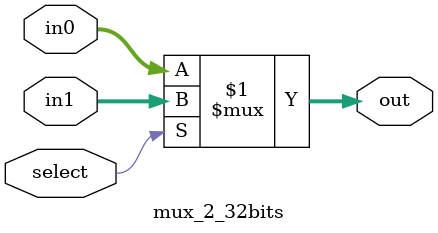
<source format=v>
module mux_2_32bits(out, select, in0, in1);
	input select;
	input [31:0] in0, in1;
	output[31:0] out;

	assign out = select ? in1 : in0;
endmodule
</source>
